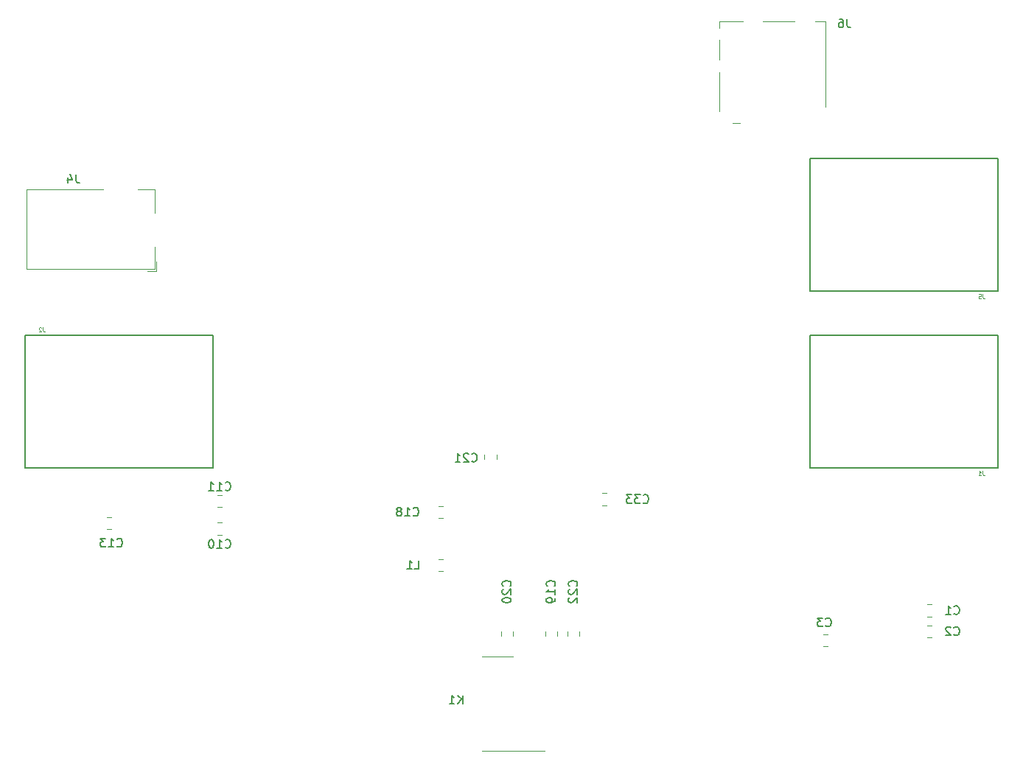
<source format=gbr>
%TF.GenerationSoftware,KiCad,Pcbnew,(5.1.6-0-10_14)*%
%TF.CreationDate,2020-10-19T02:03:32+01:00*%
%TF.ProjectId,CirrusDspPedal,43697272-7573-4447-9370-506564616c2e,rev?*%
%TF.SameCoordinates,Original*%
%TF.FileFunction,Legend,Bot*%
%TF.FilePolarity,Positive*%
%FSLAX46Y46*%
G04 Gerber Fmt 4.6, Leading zero omitted, Abs format (unit mm)*
G04 Created by KiCad (PCBNEW (5.1.6-0-10_14)) date 2020-10-19 02:03:32*
%MOMM*%
%LPD*%
G01*
G04 APERTURE LIST*
%ADD10C,0.120000*%
%ADD11C,0.150000*%
%ADD12C,0.125000*%
G04 APERTURE END LIST*
D10*
%TO.C,L1*%
X140073748Y-118566000D02*
X140596252Y-118566000D01*
X140073748Y-117146000D02*
X140596252Y-117146000D01*
%TO.C,K1*%
X152244500Y-139226000D02*
X145044500Y-139226000D01*
X148644500Y-128326000D02*
X145044500Y-128326000D01*
%TO.C,J6*%
X173845000Y-67034000D02*
X174705000Y-67034000D01*
X184545000Y-55394000D02*
X184545000Y-65214000D01*
X183315000Y-55394000D02*
X184545000Y-55394000D01*
X177345000Y-55394000D02*
X181015000Y-55394000D01*
X172365000Y-55394000D02*
X175045000Y-55394000D01*
X172365000Y-56114000D02*
X172365000Y-55394000D01*
X172365000Y-59814000D02*
X172365000Y-57514000D01*
X172365000Y-65664000D02*
X172365000Y-61214000D01*
D11*
%TO.C,J5*%
X182753000Y-71120000D02*
X204343000Y-71120000D01*
X182753000Y-86360000D02*
X182753000Y-71120000D01*
X204343000Y-86360000D02*
X182753000Y-86360000D01*
X204343000Y-71120000D02*
X204343000Y-86360000D01*
D10*
%TO.C,J4*%
X107653000Y-82998000D02*
X107653000Y-84048000D01*
X106603000Y-84048000D02*
X107653000Y-84048000D01*
X101553000Y-74648000D02*
X92753000Y-74648000D01*
X92753000Y-74648000D02*
X92753000Y-83848000D01*
X107453000Y-77348000D02*
X107453000Y-74648000D01*
X107453000Y-74648000D02*
X105553000Y-74648000D01*
X92753000Y-83848000D02*
X107453000Y-83848000D01*
X107453000Y-83848000D02*
X107453000Y-81248000D01*
D11*
%TO.C,J2*%
X114173000Y-106680000D02*
X92583000Y-106680000D01*
X114173000Y-91440000D02*
X114173000Y-106680000D01*
X92583000Y-91440000D02*
X114173000Y-91440000D01*
X92583000Y-106680000D02*
X92583000Y-91440000D01*
%TO.C,J1*%
X182753000Y-91440000D02*
X204343000Y-91440000D01*
X182753000Y-106680000D02*
X182753000Y-91440000D01*
X204343000Y-106680000D02*
X182753000Y-106680000D01*
X204343000Y-91440000D02*
X204343000Y-106680000D01*
D10*
%TO.C,C33*%
X159392252Y-109589500D02*
X158869748Y-109589500D01*
X159392252Y-111009500D02*
X158869748Y-111009500D01*
%TO.C,C22*%
X153745000Y-125991252D02*
X153745000Y-125468748D01*
X152325000Y-125991252D02*
X152325000Y-125468748D01*
%TO.C,C21*%
X146760000Y-105671252D02*
X146760000Y-105148748D01*
X145340000Y-105671252D02*
X145340000Y-105148748D01*
%TO.C,C20*%
X147245000Y-125468748D02*
X147245000Y-125991252D01*
X148665000Y-125468748D02*
X148665000Y-125991252D01*
%TO.C,C19*%
X154865000Y-125468748D02*
X154865000Y-125991252D01*
X156285000Y-125468748D02*
X156285000Y-125991252D01*
%TO.C,C18*%
X140596252Y-111050000D02*
X140073748Y-111050000D01*
X140596252Y-112470000D02*
X140073748Y-112470000D01*
%TO.C,C13*%
X102496252Y-112320000D02*
X101973748Y-112320000D01*
X102496252Y-113740000D02*
X101973748Y-113740000D01*
%TO.C,C11*%
X114673748Y-111200000D02*
X115196252Y-111200000D01*
X114673748Y-109780000D02*
X115196252Y-109780000D01*
%TO.C,C10*%
X114673748Y-114375000D02*
X115196252Y-114375000D01*
X114673748Y-112955000D02*
X115196252Y-112955000D01*
%TO.C,C3*%
X184792252Y-125782000D02*
X184269748Y-125782000D01*
X184792252Y-127202000D02*
X184269748Y-127202000D01*
%TO.C,C2*%
X196207748Y-126186000D02*
X196730252Y-126186000D01*
X196207748Y-124766000D02*
X196730252Y-124766000D01*
%TO.C,C1*%
X196207748Y-123773000D02*
X196730252Y-123773000D01*
X196207748Y-122353000D02*
X196730252Y-122353000D01*
%TO.C,L1*%
D11*
X137326666Y-118308380D02*
X137802857Y-118308380D01*
X137802857Y-117308380D01*
X136469523Y-118308380D02*
X137040952Y-118308380D01*
X136755238Y-118308380D02*
X136755238Y-117308380D01*
X136850476Y-117451238D01*
X136945714Y-117546476D01*
X137040952Y-117594095D01*
%TO.C,K1*%
X142851095Y-133802380D02*
X142851095Y-132802380D01*
X142279666Y-133802380D02*
X142708238Y-133230952D01*
X142279666Y-132802380D02*
X142851095Y-133373809D01*
X141327285Y-133802380D02*
X141898714Y-133802380D01*
X141613000Y-133802380D02*
X141613000Y-132802380D01*
X141708238Y-132945238D01*
X141803476Y-133040476D01*
X141898714Y-133088095D01*
%TO.C,J6*%
X187023333Y-55078380D02*
X187023333Y-55792666D01*
X187070952Y-55935523D01*
X187166190Y-56030761D01*
X187309047Y-56078380D01*
X187404285Y-56078380D01*
X186118571Y-55078380D02*
X186309047Y-55078380D01*
X186404285Y-55126000D01*
X186451904Y-55173619D01*
X186547142Y-55316476D01*
X186594761Y-55506952D01*
X186594761Y-55887904D01*
X186547142Y-55983142D01*
X186499523Y-56030761D01*
X186404285Y-56078380D01*
X186213809Y-56078380D01*
X186118571Y-56030761D01*
X186070952Y-55983142D01*
X186023333Y-55887904D01*
X186023333Y-55649809D01*
X186070952Y-55554571D01*
X186118571Y-55506952D01*
X186213809Y-55459333D01*
X186404285Y-55459333D01*
X186499523Y-55506952D01*
X186547142Y-55554571D01*
X186594761Y-55649809D01*
%TO.C,J5*%
D12*
X202604666Y-86721190D02*
X202604666Y-87078333D01*
X202628476Y-87149761D01*
X202676095Y-87197380D01*
X202747523Y-87221190D01*
X202795142Y-87221190D01*
X202128476Y-86721190D02*
X202366571Y-86721190D01*
X202390380Y-86959285D01*
X202366571Y-86935476D01*
X202318952Y-86911666D01*
X202199904Y-86911666D01*
X202152285Y-86935476D01*
X202128476Y-86959285D01*
X202104666Y-87006904D01*
X202104666Y-87125952D01*
X202128476Y-87173571D01*
X202152285Y-87197380D01*
X202199904Y-87221190D01*
X202318952Y-87221190D01*
X202366571Y-87197380D01*
X202390380Y-87173571D01*
%TO.C,J4*%
D11*
X98436333Y-72950380D02*
X98436333Y-73664666D01*
X98483952Y-73807523D01*
X98579190Y-73902761D01*
X98722047Y-73950380D01*
X98817285Y-73950380D01*
X97531571Y-73283714D02*
X97531571Y-73950380D01*
X97769666Y-72902761D02*
X98007761Y-73617047D01*
X97388714Y-73617047D01*
%TO.C,J2*%
D12*
X94654666Y-90531190D02*
X94654666Y-90888333D01*
X94678476Y-90959761D01*
X94726095Y-91007380D01*
X94797523Y-91031190D01*
X94845142Y-91031190D01*
X94440380Y-90578809D02*
X94416571Y-90555000D01*
X94368952Y-90531190D01*
X94249904Y-90531190D01*
X94202285Y-90555000D01*
X94178476Y-90578809D01*
X94154666Y-90626428D01*
X94154666Y-90674047D01*
X94178476Y-90745476D01*
X94464190Y-91031190D01*
X94154666Y-91031190D01*
%TO.C,J1*%
X202604666Y-107041190D02*
X202604666Y-107398333D01*
X202628476Y-107469761D01*
X202676095Y-107517380D01*
X202747523Y-107541190D01*
X202795142Y-107541190D01*
X202104666Y-107541190D02*
X202390380Y-107541190D01*
X202247523Y-107541190D02*
X202247523Y-107041190D01*
X202295142Y-107112619D01*
X202342761Y-107160238D01*
X202390380Y-107184047D01*
%TO.C,C33*%
D11*
X163583857Y-110656642D02*
X163631476Y-110704261D01*
X163774333Y-110751880D01*
X163869571Y-110751880D01*
X164012428Y-110704261D01*
X164107666Y-110609023D01*
X164155285Y-110513785D01*
X164202904Y-110323309D01*
X164202904Y-110180452D01*
X164155285Y-109989976D01*
X164107666Y-109894738D01*
X164012428Y-109799500D01*
X163869571Y-109751880D01*
X163774333Y-109751880D01*
X163631476Y-109799500D01*
X163583857Y-109847119D01*
X163250523Y-109751880D02*
X162631476Y-109751880D01*
X162964809Y-110132833D01*
X162821952Y-110132833D01*
X162726714Y-110180452D01*
X162679095Y-110228071D01*
X162631476Y-110323309D01*
X162631476Y-110561404D01*
X162679095Y-110656642D01*
X162726714Y-110704261D01*
X162821952Y-110751880D01*
X163107666Y-110751880D01*
X163202904Y-110704261D01*
X163250523Y-110656642D01*
X162298142Y-109751880D02*
X161679095Y-109751880D01*
X162012428Y-110132833D01*
X161869571Y-110132833D01*
X161774333Y-110180452D01*
X161726714Y-110228071D01*
X161679095Y-110323309D01*
X161679095Y-110561404D01*
X161726714Y-110656642D01*
X161774333Y-110704261D01*
X161869571Y-110751880D01*
X162155285Y-110751880D01*
X162250523Y-110704261D01*
X162298142Y-110656642D01*
%TO.C,C22*%
X155932142Y-120261142D02*
X155979761Y-120213523D01*
X156027380Y-120070666D01*
X156027380Y-119975428D01*
X155979761Y-119832571D01*
X155884523Y-119737333D01*
X155789285Y-119689714D01*
X155598809Y-119642095D01*
X155455952Y-119642095D01*
X155265476Y-119689714D01*
X155170238Y-119737333D01*
X155075000Y-119832571D01*
X155027380Y-119975428D01*
X155027380Y-120070666D01*
X155075000Y-120213523D01*
X155122619Y-120261142D01*
X155122619Y-120642095D02*
X155075000Y-120689714D01*
X155027380Y-120784952D01*
X155027380Y-121023047D01*
X155075000Y-121118285D01*
X155122619Y-121165904D01*
X155217857Y-121213523D01*
X155313095Y-121213523D01*
X155455952Y-121165904D01*
X156027380Y-120594476D01*
X156027380Y-121213523D01*
X155122619Y-121594476D02*
X155075000Y-121642095D01*
X155027380Y-121737333D01*
X155027380Y-121975428D01*
X155075000Y-122070666D01*
X155122619Y-122118285D01*
X155217857Y-122165904D01*
X155313095Y-122165904D01*
X155455952Y-122118285D01*
X156027380Y-121546857D01*
X156027380Y-122165904D01*
%TO.C,C21*%
X143898857Y-105894142D02*
X143946476Y-105941761D01*
X144089333Y-105989380D01*
X144184571Y-105989380D01*
X144327428Y-105941761D01*
X144422666Y-105846523D01*
X144470285Y-105751285D01*
X144517904Y-105560809D01*
X144517904Y-105417952D01*
X144470285Y-105227476D01*
X144422666Y-105132238D01*
X144327428Y-105037000D01*
X144184571Y-104989380D01*
X144089333Y-104989380D01*
X143946476Y-105037000D01*
X143898857Y-105084619D01*
X143517904Y-105084619D02*
X143470285Y-105037000D01*
X143375047Y-104989380D01*
X143136952Y-104989380D01*
X143041714Y-105037000D01*
X142994095Y-105084619D01*
X142946476Y-105179857D01*
X142946476Y-105275095D01*
X142994095Y-105417952D01*
X143565523Y-105989380D01*
X142946476Y-105989380D01*
X141994095Y-105989380D02*
X142565523Y-105989380D01*
X142279809Y-105989380D02*
X142279809Y-104989380D01*
X142375047Y-105132238D01*
X142470285Y-105227476D01*
X142565523Y-105275095D01*
%TO.C,C20*%
X148312142Y-120261142D02*
X148359761Y-120213523D01*
X148407380Y-120070666D01*
X148407380Y-119975428D01*
X148359761Y-119832571D01*
X148264523Y-119737333D01*
X148169285Y-119689714D01*
X147978809Y-119642095D01*
X147835952Y-119642095D01*
X147645476Y-119689714D01*
X147550238Y-119737333D01*
X147455000Y-119832571D01*
X147407380Y-119975428D01*
X147407380Y-120070666D01*
X147455000Y-120213523D01*
X147502619Y-120261142D01*
X147502619Y-120642095D02*
X147455000Y-120689714D01*
X147407380Y-120784952D01*
X147407380Y-121023047D01*
X147455000Y-121118285D01*
X147502619Y-121165904D01*
X147597857Y-121213523D01*
X147693095Y-121213523D01*
X147835952Y-121165904D01*
X148407380Y-120594476D01*
X148407380Y-121213523D01*
X147407380Y-121832571D02*
X147407380Y-121927809D01*
X147455000Y-122023047D01*
X147502619Y-122070666D01*
X147597857Y-122118285D01*
X147788333Y-122165904D01*
X148026428Y-122165904D01*
X148216904Y-122118285D01*
X148312142Y-122070666D01*
X148359761Y-122023047D01*
X148407380Y-121927809D01*
X148407380Y-121832571D01*
X148359761Y-121737333D01*
X148312142Y-121689714D01*
X148216904Y-121642095D01*
X148026428Y-121594476D01*
X147788333Y-121594476D01*
X147597857Y-121642095D01*
X147502619Y-121689714D01*
X147455000Y-121737333D01*
X147407380Y-121832571D01*
%TO.C,C19*%
X153392142Y-120261142D02*
X153439761Y-120213523D01*
X153487380Y-120070666D01*
X153487380Y-119975428D01*
X153439761Y-119832571D01*
X153344523Y-119737333D01*
X153249285Y-119689714D01*
X153058809Y-119642095D01*
X152915952Y-119642095D01*
X152725476Y-119689714D01*
X152630238Y-119737333D01*
X152535000Y-119832571D01*
X152487380Y-119975428D01*
X152487380Y-120070666D01*
X152535000Y-120213523D01*
X152582619Y-120261142D01*
X153487380Y-121213523D02*
X153487380Y-120642095D01*
X153487380Y-120927809D02*
X152487380Y-120927809D01*
X152630238Y-120832571D01*
X152725476Y-120737333D01*
X152773095Y-120642095D01*
X153487380Y-121689714D02*
X153487380Y-121880190D01*
X153439761Y-121975428D01*
X153392142Y-122023047D01*
X153249285Y-122118285D01*
X153058809Y-122165904D01*
X152677857Y-122165904D01*
X152582619Y-122118285D01*
X152535000Y-122070666D01*
X152487380Y-121975428D01*
X152487380Y-121784952D01*
X152535000Y-121689714D01*
X152582619Y-121642095D01*
X152677857Y-121594476D01*
X152915952Y-121594476D01*
X153011190Y-121642095D01*
X153058809Y-121689714D01*
X153106428Y-121784952D01*
X153106428Y-121975428D01*
X153058809Y-122070666D01*
X153011190Y-122118285D01*
X152915952Y-122165904D01*
%TO.C,C18*%
X137167857Y-112117142D02*
X137215476Y-112164761D01*
X137358333Y-112212380D01*
X137453571Y-112212380D01*
X137596428Y-112164761D01*
X137691666Y-112069523D01*
X137739285Y-111974285D01*
X137786904Y-111783809D01*
X137786904Y-111640952D01*
X137739285Y-111450476D01*
X137691666Y-111355238D01*
X137596428Y-111260000D01*
X137453571Y-111212380D01*
X137358333Y-111212380D01*
X137215476Y-111260000D01*
X137167857Y-111307619D01*
X136215476Y-112212380D02*
X136786904Y-112212380D01*
X136501190Y-112212380D02*
X136501190Y-111212380D01*
X136596428Y-111355238D01*
X136691666Y-111450476D01*
X136786904Y-111498095D01*
X135644047Y-111640952D02*
X135739285Y-111593333D01*
X135786904Y-111545714D01*
X135834523Y-111450476D01*
X135834523Y-111402857D01*
X135786904Y-111307619D01*
X135739285Y-111260000D01*
X135644047Y-111212380D01*
X135453571Y-111212380D01*
X135358333Y-111260000D01*
X135310714Y-111307619D01*
X135263095Y-111402857D01*
X135263095Y-111450476D01*
X135310714Y-111545714D01*
X135358333Y-111593333D01*
X135453571Y-111640952D01*
X135644047Y-111640952D01*
X135739285Y-111688571D01*
X135786904Y-111736190D01*
X135834523Y-111831428D01*
X135834523Y-112021904D01*
X135786904Y-112117142D01*
X135739285Y-112164761D01*
X135644047Y-112212380D01*
X135453571Y-112212380D01*
X135358333Y-112164761D01*
X135310714Y-112117142D01*
X135263095Y-112021904D01*
X135263095Y-111831428D01*
X135310714Y-111736190D01*
X135358333Y-111688571D01*
X135453571Y-111640952D01*
%TO.C,C13*%
X103131857Y-115673142D02*
X103179476Y-115720761D01*
X103322333Y-115768380D01*
X103417571Y-115768380D01*
X103560428Y-115720761D01*
X103655666Y-115625523D01*
X103703285Y-115530285D01*
X103750904Y-115339809D01*
X103750904Y-115196952D01*
X103703285Y-115006476D01*
X103655666Y-114911238D01*
X103560428Y-114816000D01*
X103417571Y-114768380D01*
X103322333Y-114768380D01*
X103179476Y-114816000D01*
X103131857Y-114863619D01*
X102179476Y-115768380D02*
X102750904Y-115768380D01*
X102465190Y-115768380D02*
X102465190Y-114768380D01*
X102560428Y-114911238D01*
X102655666Y-115006476D01*
X102750904Y-115054095D01*
X101846142Y-114768380D02*
X101227095Y-114768380D01*
X101560428Y-115149333D01*
X101417571Y-115149333D01*
X101322333Y-115196952D01*
X101274714Y-115244571D01*
X101227095Y-115339809D01*
X101227095Y-115577904D01*
X101274714Y-115673142D01*
X101322333Y-115720761D01*
X101417571Y-115768380D01*
X101703285Y-115768380D01*
X101798523Y-115720761D01*
X101846142Y-115673142D01*
%TO.C,C11*%
X115577857Y-109196142D02*
X115625476Y-109243761D01*
X115768333Y-109291380D01*
X115863571Y-109291380D01*
X116006428Y-109243761D01*
X116101666Y-109148523D01*
X116149285Y-109053285D01*
X116196904Y-108862809D01*
X116196904Y-108719952D01*
X116149285Y-108529476D01*
X116101666Y-108434238D01*
X116006428Y-108339000D01*
X115863571Y-108291380D01*
X115768333Y-108291380D01*
X115625476Y-108339000D01*
X115577857Y-108386619D01*
X114625476Y-109291380D02*
X115196904Y-109291380D01*
X114911190Y-109291380D02*
X114911190Y-108291380D01*
X115006428Y-108434238D01*
X115101666Y-108529476D01*
X115196904Y-108577095D01*
X113673095Y-109291380D02*
X114244523Y-109291380D01*
X113958809Y-109291380D02*
X113958809Y-108291380D01*
X114054047Y-108434238D01*
X114149285Y-108529476D01*
X114244523Y-108577095D01*
%TO.C,C10*%
X115577857Y-115800142D02*
X115625476Y-115847761D01*
X115768333Y-115895380D01*
X115863571Y-115895380D01*
X116006428Y-115847761D01*
X116101666Y-115752523D01*
X116149285Y-115657285D01*
X116196904Y-115466809D01*
X116196904Y-115323952D01*
X116149285Y-115133476D01*
X116101666Y-115038238D01*
X116006428Y-114943000D01*
X115863571Y-114895380D01*
X115768333Y-114895380D01*
X115625476Y-114943000D01*
X115577857Y-114990619D01*
X114625476Y-115895380D02*
X115196904Y-115895380D01*
X114911190Y-115895380D02*
X114911190Y-114895380D01*
X115006428Y-115038238D01*
X115101666Y-115133476D01*
X115196904Y-115181095D01*
X114006428Y-114895380D02*
X113911190Y-114895380D01*
X113815952Y-114943000D01*
X113768333Y-114990619D01*
X113720714Y-115085857D01*
X113673095Y-115276333D01*
X113673095Y-115514428D01*
X113720714Y-115704904D01*
X113768333Y-115800142D01*
X113815952Y-115847761D01*
X113911190Y-115895380D01*
X114006428Y-115895380D01*
X114101666Y-115847761D01*
X114149285Y-115800142D01*
X114196904Y-115704904D01*
X114244523Y-115514428D01*
X114244523Y-115276333D01*
X114196904Y-115085857D01*
X114149285Y-114990619D01*
X114101666Y-114943000D01*
X114006428Y-114895380D01*
%TO.C,C3*%
X184570666Y-124817142D02*
X184618285Y-124864761D01*
X184761142Y-124912380D01*
X184856380Y-124912380D01*
X184999238Y-124864761D01*
X185094476Y-124769523D01*
X185142095Y-124674285D01*
X185189714Y-124483809D01*
X185189714Y-124340952D01*
X185142095Y-124150476D01*
X185094476Y-124055238D01*
X184999238Y-123960000D01*
X184856380Y-123912380D01*
X184761142Y-123912380D01*
X184618285Y-123960000D01*
X184570666Y-124007619D01*
X184237333Y-123912380D02*
X183618285Y-123912380D01*
X183951619Y-124293333D01*
X183808761Y-124293333D01*
X183713523Y-124340952D01*
X183665904Y-124388571D01*
X183618285Y-124483809D01*
X183618285Y-124721904D01*
X183665904Y-124817142D01*
X183713523Y-124864761D01*
X183808761Y-124912380D01*
X184094476Y-124912380D01*
X184189714Y-124864761D01*
X184237333Y-124817142D01*
%TO.C,C2*%
X199302666Y-125833142D02*
X199350285Y-125880761D01*
X199493142Y-125928380D01*
X199588380Y-125928380D01*
X199731238Y-125880761D01*
X199826476Y-125785523D01*
X199874095Y-125690285D01*
X199921714Y-125499809D01*
X199921714Y-125356952D01*
X199874095Y-125166476D01*
X199826476Y-125071238D01*
X199731238Y-124976000D01*
X199588380Y-124928380D01*
X199493142Y-124928380D01*
X199350285Y-124976000D01*
X199302666Y-125023619D01*
X198921714Y-125023619D02*
X198874095Y-124976000D01*
X198778857Y-124928380D01*
X198540761Y-124928380D01*
X198445523Y-124976000D01*
X198397904Y-125023619D01*
X198350285Y-125118857D01*
X198350285Y-125214095D01*
X198397904Y-125356952D01*
X198969333Y-125928380D01*
X198350285Y-125928380D01*
%TO.C,C1*%
X199302666Y-123420142D02*
X199350285Y-123467761D01*
X199493142Y-123515380D01*
X199588380Y-123515380D01*
X199731238Y-123467761D01*
X199826476Y-123372523D01*
X199874095Y-123277285D01*
X199921714Y-123086809D01*
X199921714Y-122943952D01*
X199874095Y-122753476D01*
X199826476Y-122658238D01*
X199731238Y-122563000D01*
X199588380Y-122515380D01*
X199493142Y-122515380D01*
X199350285Y-122563000D01*
X199302666Y-122610619D01*
X198350285Y-123515380D02*
X198921714Y-123515380D01*
X198636000Y-123515380D02*
X198636000Y-122515380D01*
X198731238Y-122658238D01*
X198826476Y-122753476D01*
X198921714Y-122801095D01*
%TD*%
M02*

</source>
